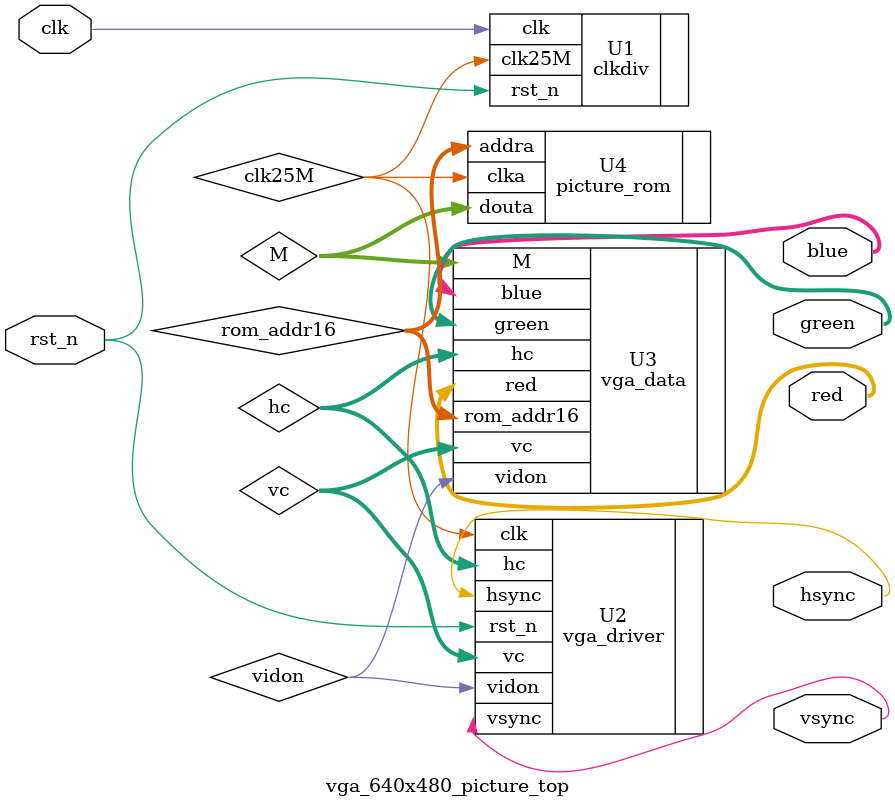
<source format=v>
module vga_640x480_picture_top( hsync, vsync, red, green, blue, clk, rst_n
    );
	 
	 input clk, rst_n;
	 output hsync, vsync;
	 output [3:0] red, green, blue;
	 
	 wire clk25M, vidon;
	 wire [9:0] hc, vc;
	 wire [11:0] M;
	 wire [15:0] rom_addr16;
	 
	 clkdiv U1(.clk25M(clk25M), .clk(clk), .rst_n(rst_n));
	 vga_driver U2(.hsync(hsync), .vsync(vsync), .hc(hc), .vc(vc), .vidon(vidon), .clk(clk25M), .rst_n(rst_n));
	 vga_data U3(.rom_addr16(rom_addr16), .red(red), .green(green), .blue(blue), .vidon(vidon), .hc(hc), .vc(vc), .M(M));
	 picture_rom U4(.clka(clk25M), .addra(rom_addr16), .douta(M));


endmodule
</source>
